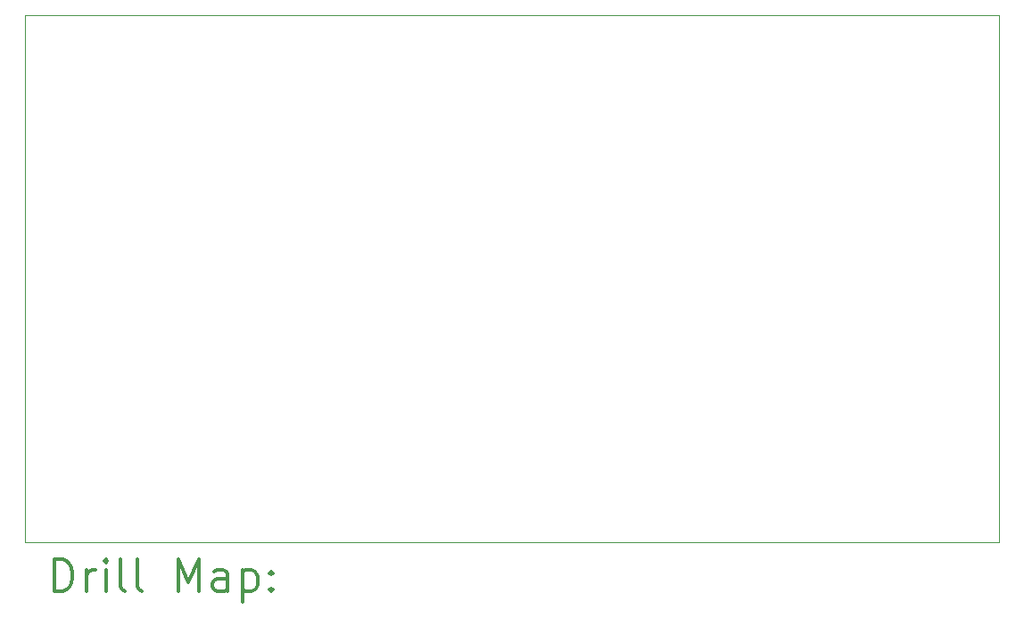
<source format=gbr>
%FSLAX45Y45*%
G04 Gerber Fmt 4.5, Leading zero omitted, Abs format (unit mm)*
G04 Created by KiCad (PCBNEW 5.1.10) date 2021-08-04 12:06:59*
%MOMM*%
%LPD*%
G01*
G04 APERTURE LIST*
%TA.AperFunction,Profile*%
%ADD10C,0.050000*%
%TD*%
%ADD11C,0.200000*%
%ADD12C,0.300000*%
G04 APERTURE END LIST*
D10*
X3500000Y-8250000D02*
X3500000Y-3250000D01*
X12750000Y-8250000D02*
X3500000Y-8250000D01*
X12750000Y-3250000D02*
X12750000Y-8250000D01*
X3500000Y-3250000D02*
X12750000Y-3250000D01*
D11*
D12*
X3783928Y-8718214D02*
X3783928Y-8418214D01*
X3855357Y-8418214D01*
X3898214Y-8432500D01*
X3926786Y-8461072D01*
X3941071Y-8489643D01*
X3955357Y-8546786D01*
X3955357Y-8589643D01*
X3941071Y-8646786D01*
X3926786Y-8675357D01*
X3898214Y-8703929D01*
X3855357Y-8718214D01*
X3783928Y-8718214D01*
X4083928Y-8718214D02*
X4083928Y-8518214D01*
X4083928Y-8575357D02*
X4098214Y-8546786D01*
X4112500Y-8532500D01*
X4141071Y-8518214D01*
X4169643Y-8518214D01*
X4269643Y-8718214D02*
X4269643Y-8518214D01*
X4269643Y-8418214D02*
X4255357Y-8432500D01*
X4269643Y-8446786D01*
X4283928Y-8432500D01*
X4269643Y-8418214D01*
X4269643Y-8446786D01*
X4455357Y-8718214D02*
X4426786Y-8703929D01*
X4412500Y-8675357D01*
X4412500Y-8418214D01*
X4612500Y-8718214D02*
X4583928Y-8703929D01*
X4569643Y-8675357D01*
X4569643Y-8418214D01*
X4955357Y-8718214D02*
X4955357Y-8418214D01*
X5055357Y-8632500D01*
X5155357Y-8418214D01*
X5155357Y-8718214D01*
X5426786Y-8718214D02*
X5426786Y-8561072D01*
X5412500Y-8532500D01*
X5383928Y-8518214D01*
X5326786Y-8518214D01*
X5298214Y-8532500D01*
X5426786Y-8703929D02*
X5398214Y-8718214D01*
X5326786Y-8718214D01*
X5298214Y-8703929D01*
X5283928Y-8675357D01*
X5283928Y-8646786D01*
X5298214Y-8618214D01*
X5326786Y-8603929D01*
X5398214Y-8603929D01*
X5426786Y-8589643D01*
X5569643Y-8518214D02*
X5569643Y-8818214D01*
X5569643Y-8532500D02*
X5598214Y-8518214D01*
X5655357Y-8518214D01*
X5683928Y-8532500D01*
X5698214Y-8546786D01*
X5712500Y-8575357D01*
X5712500Y-8661072D01*
X5698214Y-8689643D01*
X5683928Y-8703929D01*
X5655357Y-8718214D01*
X5598214Y-8718214D01*
X5569643Y-8703929D01*
X5841071Y-8689643D02*
X5855357Y-8703929D01*
X5841071Y-8718214D01*
X5826786Y-8703929D01*
X5841071Y-8689643D01*
X5841071Y-8718214D01*
X5841071Y-8532500D02*
X5855357Y-8546786D01*
X5841071Y-8561072D01*
X5826786Y-8546786D01*
X5841071Y-8532500D01*
X5841071Y-8561072D01*
M02*

</source>
